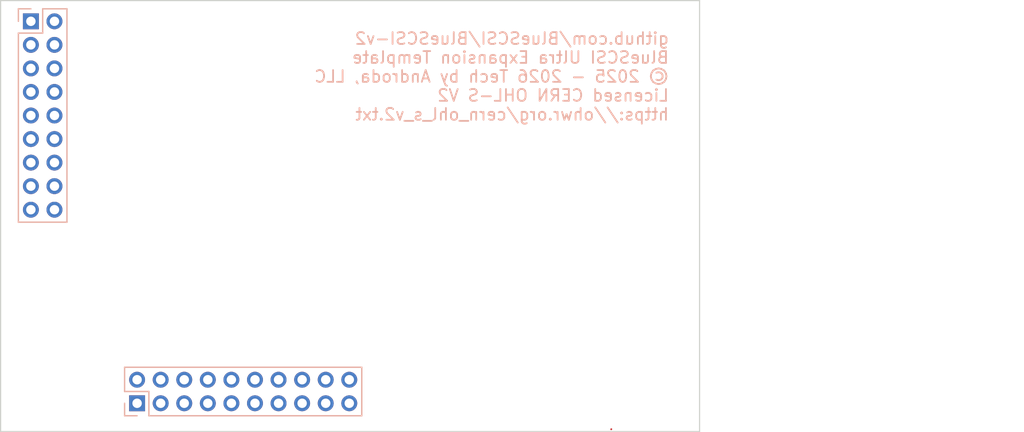
<source format=kicad_pcb>
(kicad_pcb (version 20241229) (generator "pcbnew") (generator_version "9.0")
  (title_block (title "BlueSCSI Ultra Expansion Board") (date "2026-02-11") (company "Tech by Androda, LLC") (comment 1 "https://ohwr.org/cern_ohl_s_v2.txt") (comment 2 "licensed CERN Open Hardware Licence Version 2 - Strongly Reciprocal") (comment 3 "© 2025 - 2026 Tech by Androda, LLC"))
  (layers (0 "F.Cu" signal) (2 "B.Cu" signal) (13 "F.Paste" user) (15 "B.Paste" user) (5 "F.SilkS" user "F.Silkscreen") (7 "B.SilkS" user "B.Silkscreen") (1 "F.Mask" user) (3 "B.Mask" user) (25 "Edge.Cuts" user))
  (net 0 "")
  (net 1 "GND")
  (net 2 "EXP3")
  (net 3 "EXP2")
  (net 4 "EXP1")
  (net 5 "EXP0")
  (net 6 "+3V3")
  (net 7 "EXP5")
  (net 8 "EXP7")
  (net 9 "EXP6")
  (net 10 "EXP9")
  (net 11 "EXP12")
  (net 12 "EXP8")
  (net 13 "EXP14")
  (net 14 "EXP13")
  (net 15 "EXP11")
  (net 16 "EXP10")
  (net 17 "EXP4")
  (footprint "Connector_PinSocket_2.00mm:PinSocket_2x10_P2.00mm_Vertical" (layer "B.Cu") (at 130.45 109.525 -90)
    (property "Reference" "J11" (hide yes))
    (property "Value" "Conn_02x10_Odd_Even" (hide yes))
    (fp_line (start -3.06 1.06) (end -1 1.06) (stroke (width 0.12)) (layer "B.SilkS"))
    (fp_line (start -3.06 1.06) (end -3.06 -19.06) (stroke (width 0.12)) (layer "B.SilkS"))
    (fp_line (start -1 1.06) (end -1 -1) (stroke (width 0.12)) (layer "B.SilkS"))
    (fp_line (start 0 1.06) (end 1.06 1.06) (stroke (width 0.12)) (layer "B.SilkS"))
    (fp_line (start 1.06 1.06) (end 1.06 0) (stroke (width 0.12)) (layer "B.SilkS"))
    (fp_line (start -1 -1) (end 1.06 -1) (stroke (width 0.12)) (layer "B.SilkS"))
    (fp_line (start 1.06 -1) (end 1.06 -19.06) (stroke (width 0.12)) (layer "B.SilkS"))
    (fp_line (start -3.06 -19.06) (end 1.06 -19.06) (stroke (width 0.12)) (layer "B.SilkS"))
    (pad "1" thru_hole rect (at 0 0 270) (size 1.35 1.35) (drill 0.8) (layers "*.Cu" "*.Mask") (net 1 "GND"))
    (pad "2" thru_hole circle (at -2 0 270) (size 1.35 1.35) (drill 0.8) (layers "*.Cu" "*.Mask") (net 5 "EXP0"))
    (pad "3" thru_hole circle (at 0 -2 270) (size 1.35 1.35) (drill 0.8) (layers "*.Cu" "*.Mask") (net 1 "GND"))
    (pad "4" thru_hole circle (at -2 -2 270) (size 1.35 1.35) (drill 0.8) (layers "*.Cu" "*.Mask") (net 4 "EXP1"))
    (pad "5" thru_hole circle (at 0 -4 270) (size 1.35 1.35) (drill 0.8) (layers "*.Cu" "*.Mask") (net 1 "GND"))
    (pad "6" thru_hole circle (at -2 -4 270) (size 1.35 1.35) (drill 0.8) (layers "*.Cu" "*.Mask") (net 3 "EXP2"))
    (pad "7" thru_hole circle (at 0 -6 270) (size 1.35 1.35) (drill 0.8) (layers "*.Cu" "*.Mask") (net 1 "GND"))
    (pad "8" thru_hole circle (at -2 -6 270) (size 1.35 1.35) (drill 0.8) (layers "*.Cu" "*.Mask") (net 2 "EXP3"))
    (pad "9" thru_hole circle (at 0 -8 270) (size 1.35 1.35) (drill 0.8) (layers "*.Cu" "*.Mask") (net 1 "GND"))
    (pad "10" thru_hole circle (at -2 -8 270) (size 1.35 1.35) (drill 0.8) (layers "*.Cu" "*.Mask") (net 17 "EXP4"))
    (pad "11" thru_hole circle (at 0 -10 270) (size 1.35 1.35) (drill 0.8) (layers "*.Cu" "*.Mask") (net 1 "GND"))
    (pad "12" thru_hole circle (at -2 -10 270) (size 1.35 1.35) (drill 0.8) (layers "*.Cu" "*.Mask") (net 7 "EXP5"))
    (pad "13" thru_hole circle (at 0 -12 270) (size 1.35 1.35) (drill 0.8) (layers "*.Cu" "*.Mask") (net 1 "GND"))
    (pad "14" thru_hole circle (at -2 -12 270) (size 1.35 1.35) (drill 0.8) (layers "*.Cu" "*.Mask") (net 9 "EXP6"))
    (pad "15" thru_hole circle (at 0 -14 270) (size 1.35 1.35) (drill 0.8) (layers "*.Cu" "*.Mask") (net 1 "GND"))
    (pad "16" thru_hole circle (at -2 -14 270) (size 1.35 1.35) (drill 0.8) (layers "*.Cu" "*.Mask") (net 8 "EXP7"))
    (pad "17" thru_hole circle (at 0 -16 270) (size 1.35 1.35) (drill 0.8) (layers "*.Cu" "*.Mask") (net 1 "GND"))
    (pad "18" thru_hole circle (at -2 -16 270) (size 1.35 1.35) (drill 0.8) (layers "*.Cu" "*.Mask") (net 6 "+3V3"))
    (pad "19" thru_hole circle (at 0 -18 270) (size 1.35 1.35) (drill 0.8) (layers "*.Cu" "*.Mask") (net 1 "GND"))
    (pad "20" thru_hole circle (at -2 -18 270) (size 1.35 1.35) (drill 0.8) (layers "*.Cu" "*.Mask") (net 6 "+3V3"))
  )
  (footprint "Connector_PinSocket_2.00mm:PinSocket_2x09_P2.00mm_Vertical" (layer "B.Cu") (at 121.44 77.085 180)
    (property "Reference" "J14" (hide yes))
    (property "Value" "Conn_02x09_Odd_Even" (hide yes))
    (fp_line (start 1.06 1.06) (end 1.06 0) (stroke (width 0.12)) (layer "B.SilkS"))
    (fp_line (start 1.06 -1) (end 1.06 -17.06) (stroke (width 0.12)) (layer "B.SilkS"))
    (fp_line (start 0 1.06) (end 1.06 1.06) (stroke (width 0.12)) (layer "B.SilkS"))
    (fp_line (start -1 1.06) (end -1 -1) (stroke (width 0.12)) (layer "B.SilkS"))
    (fp_line (start -1 -1) (end 1.06 -1) (stroke (width 0.12)) (layer "B.SilkS"))
    (fp_line (start -3.06 1.06) (end -1 1.06) (stroke (width 0.12)) (layer "B.SilkS"))
    (fp_line (start -3.06 1.06) (end -3.06 -17.06) (stroke (width 0.12)) (layer "B.SilkS"))
    (fp_line (start -3.06 -17.06) (end 1.06 -17.06) (stroke (width 0.12)) (layer "B.SilkS"))
    (pad "1" thru_hole rect (at 0 0 180) (size 1.35 1.35) (drill 0.8) (layers "*.Cu" "*.Mask") (net 1 "GND"))
    (pad "2" thru_hole circle (at -2 0 180) (size 1.35 1.35) (drill 0.8) (layers "*.Cu" "*.Mask") (net 12 "EXP8"))
    (pad "3" thru_hole circle (at 0 -2 180) (size 1.35 1.35) (drill 0.8) (layers "*.Cu" "*.Mask") (net 1 "GND"))
    (pad "4" thru_hole circle (at -2 -2 180) (size 1.35 1.35) (drill 0.8) (layers "*.Cu" "*.Mask") (net 10 "EXP9"))
    (pad "5" thru_hole circle (at 0 -4 180) (size 1.35 1.35) (drill 0.8) (layers "*.Cu" "*.Mask") (net 1 "GND"))
    (pad "6" thru_hole circle (at -2 -4 180) (size 1.35 1.35) (drill 0.8) (layers "*.Cu" "*.Mask") (net 16 "EXP10"))
    (pad "7" thru_hole circle (at 0 -6 180) (size 1.35 1.35) (drill 0.8) (layers "*.Cu" "*.Mask") (net 1 "GND"))
    (pad "8" thru_hole circle (at -2 -6 180) (size 1.35 1.35) (drill 0.8) (layers "*.Cu" "*.Mask") (net 15 "EXP11"))
    (pad "9" thru_hole circle (at 0 -8 180) (size 1.35 1.35) (drill 0.8) (layers "*.Cu" "*.Mask") (net 1 "GND"))
    (pad "10" thru_hole circle (at -2 -8 180) (size 1.35 1.35) (drill 0.8) (layers "*.Cu" "*.Mask") (net 11 "EXP12"))
    (pad "11" thru_hole circle (at 0 -10 180) (size 1.35 1.35) (drill 0.8) (layers "*.Cu" "*.Mask") (net 1 "GND"))
    (pad "12" thru_hole circle (at -2 -10 180) (size 1.35 1.35) (drill 0.8) (layers "*.Cu" "*.Mask") (net 14 "EXP13"))
    (pad "13" thru_hole circle (at 0 -12 180) (size 1.35 1.35) (drill 0.8) (layers "*.Cu" "*.Mask") (net 1 "GND"))
    (pad "14" thru_hole circle (at -2 -12 180) (size 1.35 1.35) (drill 0.8) (layers "*.Cu" "*.Mask") (net 13 "EXP14"))
    (pad "15" thru_hole circle (at 0 -14 180) (size 1.35 1.35) (drill 0.8) (layers "*.Cu" "*.Mask") (net 1 "GND"))
    (pad "16" thru_hole circle (at -2 -14 180) (size 1.35 1.35) (drill 0.8) (layers "*.Cu" "*.Mask") (net 6 "+3V3"))
    (pad "17" thru_hole circle (at 0 -16 180) (size 1.35 1.35) (drill 0.8) (layers "*.Cu" "*.Mask") (net 1 "GND"))
    (pad "18" thru_hole circle (at -2 -16 180) (size 1.35 1.35) (drill 0.8) (layers "*.Cu" "*.Mask") (net 6 "+3V3"))
  )
  (gr_line (start 118.87 75.325) (end 118.87 111.925) (stroke (width 0.1)) (layer "Edge.Cuts"))
  (gr_line (start 118.87 75.325) (end 178.165 75.325) (stroke (width 0.1)) (layer "Edge.Cuts"))
  (gr_line (start 118.87 111.925) (end 178.165 111.925) (stroke (width 0.1)) (layer "Edge.Cuts"))
  (gr_line (start 178.165 111.925) (end 178.165 75.325) (stroke (width 0.1)) (layer "Edge.Cuts"))
  (gr_text "github.com/BlueSCSI/BlueSCSI-v2\nBlueSCSI Ultra Expansion Template\n© 2025 - 2026 Tech by Androda, LLC\nLicensed CERN OHL-S V2\nhttps://ohwr.org/cern_ohl_s_v2.txt" (at 175.65 85.575 0) (layer "B.SilkS") (effects (font (size 1 1)) (justify left bottom mirror)))
  (segment (start 170.67 111.735) (end 170.68 111.725) (width 0.15) (layer "F.Cu") (net 1))
)
</source>
